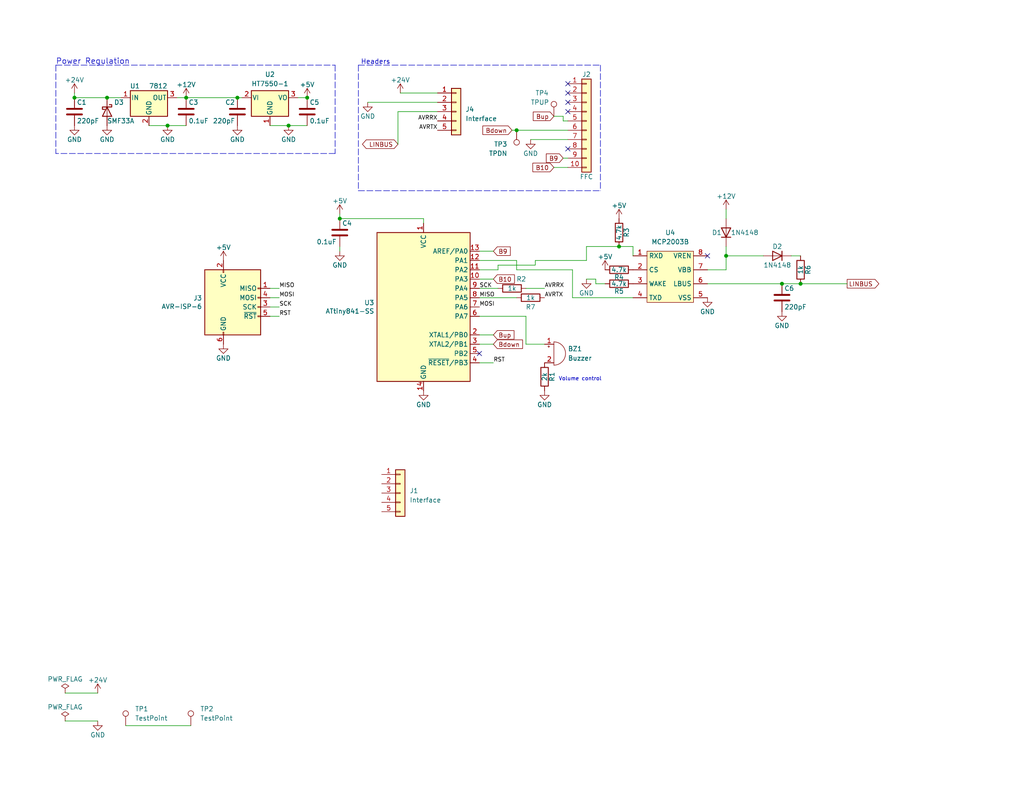
<source format=kicad_sch>
(kicad_sch (version 20250114) (generator "eeschema") (generator_version "9.0")
  (paper "USLetter")
  (lib_symbols
    (symbol "Connector:AVR-ISP-6" (pin_names (offset 1.016))
      (property "Reference" "J" (at -6.35 11.43 0))
      (property "Value" "AVR-ISP-6" (at 0 11.43 0))
      (symbol "AVR-ISP-6_0_1"
        (rectangle (start -2.667 10.16) (end -2.413 9.398))
        (rectangle (start -2.667 -6.858) (end -2.413 -7.62))
        (rectangle (start 7.62 10.16) (end -7.62 -7.62) (stroke (width 0.254)) (fill (type background)))
        (rectangle (start 7.62 5.207) (end 6.858 4.953))
        (rectangle (start 7.62 2.667) (end 6.858 2.413))
        (rectangle (start 7.62 0.127) (end 6.858 -0.127))
        (rectangle (start 7.62 -2.413) (end 6.858 -2.667))
      )
      (symbol "AVR-ISP-6_1_1"
        (pin passive line (at -2.54 12.7 270) (length 2.54) (name "VCC") (number "2"))
        (pin passive line (at -2.54 -10.16 90) (length 2.54) (name "GND") (number "6"))
        (pin passive line (at 10.16 5.08 180) (length 2.54) (name "MISO") (number "1"))
        (pin passive line (at 10.16 2.54 180) (length 2.54) (name "MOSI") (number "4"))
        (pin passive line (at 10.16 0 180) (length 2.54) (name "SCK") (number "3"))
        (pin passive line (at 10.16 -2.54 180) (length 2.54) (name "~{RST}") (number "5"))
      )
    )
    (symbol "Connector:TestPoint" (pin_numbers (hide yes)) (pin_names (offset 0.762) (hide yes))
      (property "Reference" "TP" (at 0 6.858 0))
      (property "Value" "TestPoint" (at 0 5.08 0))
      (symbol "TestPoint_0_1"
        (circle (center 0 3.302) (radius 0.762))
      )
      (symbol "TestPoint_1_1"
        (pin passive line (at 0 0 90) (length 2.54) (name "1") (number "1"))
      )
    )
    (symbol "Connector_Generic:Conn_01x05" (pin_names (offset 1.016) (hide yes))
      (property "Reference" "J" (at 0 7.62 0))
      (property "Value" "Conn_01x05" (at 0 -7.62 0))
      (symbol "Conn_01x05_1_1"
        (rectangle (start -1.27 6.35) (end 1.27 -6.35) (stroke (width 0.254)) (fill (type background)))
        (rectangle (start -1.27 5.207) (end 0 4.953) (stroke (width 0.1524)))
        (rectangle (start -1.27 2.667) (end 0 2.413) (stroke (width 0.1524)))
        (rectangle (start -1.27 0.127) (end 0 -0.127) (stroke (width 0.1524)))
        (rectangle (start -1.27 -2.413) (end 0 -2.667) (stroke (width 0.1524)))
        (rectangle (start -1.27 -4.953) (end 0 -5.207) (stroke (width 0.1524)))
        (pin passive line (at -5.08 5.08 0) (length 3.81) (name "Pin_1") (number "1"))
        (pin passive line (at -5.08 2.54 0) (length 3.81) (name "Pin_2") (number "2"))
        (pin passive line (at -5.08 0 0) (length 3.81) (name "Pin_3") (number "3"))
        (pin passive line (at -5.08 -2.54 0) (length 3.81) (name "Pin_4") (number "4"))
        (pin passive line (at -5.08 -5.08 0) (length 3.81) (name "Pin_5") (number "5"))
      )
    )
    (symbol "Connector_Generic:Conn_01x10" (pin_names (offset 1.016) (hide yes))
      (property "Reference" "J" (at 0 12.7 0))
      (property "Value" "Conn_01x10" (at 0 -15.24 0))
      (symbol "Conn_01x10_1_1"
        (rectangle (start -1.27 11.43) (end 1.27 -13.97) (stroke (width 0.254)) (fill (type background)))
        (rectangle (start -1.27 10.287) (end 0 10.033) (stroke (width 0.1524)))
        (rectangle (start -1.27 7.747) (end 0 7.493) (stroke (width 0.1524)))
        (rectangle (start -1.27 5.207) (end 0 4.953) (stroke (width 0.1524)))
        (rectangle (start -1.27 2.667) (end 0 2.413) (stroke (width 0.1524)))
        (rectangle (start -1.27 0.127) (end 0 -0.127) (stroke (width 0.1524)))
        (rectangle (start -1.27 -2.413) (end 0 -2.667) (stroke (width 0.1524)))
        (rectangle (start -1.27 -4.953) (end 0 -5.207) (stroke (width 0.1524)))
        (rectangle (start -1.27 -7.493) (end 0 -7.747) (stroke (width 0.1524)))
        (rectangle (start -1.27 -10.033) (end 0 -10.287) (stroke (width 0.1524)))
        (rectangle (start -1.27 -12.573) (end 0 -12.827) (stroke (width 0.1524)))
        (pin passive line (at -5.08 10.16 0) (length 3.81) (name "Pin_1") (number "1"))
        (pin passive line (at -5.08 7.62 0) (length 3.81) (name "Pin_2") (number "2"))
        (pin passive line (at -5.08 5.08 0) (length 3.81) (name "Pin_3") (number "3"))
        (pin passive line (at -5.08 2.54 0) (length 3.81) (name "Pin_4") (number "4"))
        (pin passive line (at -5.08 0 0) (length 3.81) (name "Pin_5") (number "5"))
        (pin passive line (at -5.08 -2.54 0) (length 3.81) (name "Pin_6") (number "6"))
        (pin passive line (at -5.08 -5.08 0) (length 3.81) (name "Pin_7") (number "7"))
        (pin passive line (at -5.08 -7.62 0) (length 3.81) (name "Pin_8") (number "8"))
        (pin passive line (at -5.08 -10.16 0) (length 3.81) (name "Pin_9") (number "9"))
        (pin passive line (at -5.08 -12.7 0) (length 3.81) (name "Pin_10") (number "10"))
      )
    )
    (symbol "Device:Buzzer" (pin_names (offset 0.0254) (hide yes))
      (property "Reference" "BZ" (at 3.81 1.27 0))
      (property "Value" "Buzzer" (at 3.81 -1.27 0))
      (symbol "Buzzer_0_1"
        (polyline (pts (xy -1.651 1.905) (xy -1.143 1.905)))
        (polyline (pts (xy -1.397 2.159) (xy -1.397 1.651)))
        (arc (start 0 3.175) (mid 3.1612 0) (end 0 -3.175))
        (polyline (pts (xy 0 3.175) (xy 0 -3.175)))
      )
      (symbol "Buzzer_1_1"
        (pin passive line (at -2.54 2.54 0) (length 2.54) (name "-") (number "1"))
        (pin passive line (at -2.54 -2.54 0) (length 2.54) (name "+") (number "2"))
      )
    )
    (symbol "Device:C" (pin_numbers (hide yes)) (pin_names (offset 0.254))
      (property "Reference" "C" (at 0.635 2.54 0))
      (property "Value" "C" (at 0.635 -2.54 0))
      (symbol "C_0_1"
        (polyline (pts (xy -2.032 0.762) (xy 2.032 0.762)) (stroke (width 0.508)))
        (polyline (pts (xy -2.032 -0.762) (xy 2.032 -0.762)) (stroke (width 0.508)))
      )
      (symbol "C_1_1"
        (pin passive line (at 0 3.81 270) (length 2.794) (name "~") (number "1"))
        (pin passive line (at 0 -3.81 90) (length 2.794) (name "~") (number "2"))
      )
    )
    (symbol "Device:D" (pin_numbers (hide yes)) (pin_names (offset 1.016) (hide yes))
      (property "Reference" "D" (at 0 2.54 0))
      (property "Value" "D" (at 0 -2.54 0))
      (symbol "D_0_1"
        (polyline (pts (xy -1.27 1.27) (xy -1.27 -1.27)) (stroke (width 0.254)))
        (polyline (pts (xy 1.27 1.27) (xy 1.27 -1.27) (xy -1.27 0) (xy 1.27 1.27)) (stroke (width 0.254)))
        (polyline (pts (xy 1.27 0) (xy -1.27 0)))
      )
      (symbol "D_1_1"
        (pin passive line (at -3.81 0 0) (length 2.54) (name "K") (number "1"))
        (pin passive line (at 3.81 0 180) (length 2.54) (name "A") (number "2"))
      )
    )
    (symbol "Device:D_Schottky" (pin_numbers (hide yes)) (pin_names (offset 1.016) (hide yes))
      (property "Reference" "D" (at 0 2.54 0))
      (property "Value" "D_Schottky" (at 0 -2.54 0))
      (symbol "D_Schottky_0_1"
        (polyline (pts (xy -1.905 0.635) (xy -1.905 1.27) (xy -1.27 1.27) (xy -1.27 -1.27) (xy -0.635 -1.27) (xy -0.635 -0.635)) (stroke (width 0.254)))
        (polyline (pts (xy 1.27 1.27) (xy 1.27 -1.27) (xy -1.27 0) (xy 1.27 1.27)) (stroke (width 0.254)))
        (polyline (pts (xy 1.27 0) (xy -1.27 0)))
      )
      (symbol "D_Schottky_1_1"
        (pin passive line (at -3.81 0 0) (length 2.54) (name "K") (number "1"))
        (pin passive line (at 3.81 0 180) (length 2.54) (name "A") (number "2"))
      )
    )
    (symbol "Device:R" (pin_numbers (hide yes)) (pin_names (offset 0))
      (property "Reference" "R" (at 2.032 0 90))
      (property "Value" "R" (at 0 0 90))
      (symbol "R_0_1"
        (rectangle (start -1.016 -2.54) (end 1.016 2.54) (stroke (width 0.254)))
      )
      (symbol "R_1_1"
        (pin passive line (at 0 3.81 270) (length 1.27) (name "~") (number "1"))
        (pin passive line (at 0 -3.81 90) (length 1.27) (name "~") (number "2"))
      )
    )
    (symbol "MCU_Microchip_ATtiny:ATtiny841-SS"
      (property "Reference" "U" (at -12.7 21.59 0))
      (property "Value" "ATtiny841-SS" (at 2.54 -21.59 0))
      (symbol "ATtiny841-SS_0_1"
        (rectangle (start -12.7 -20.32) (end 12.7 20.32) (stroke (width 0.254)) (fill (type background)))
      )
      (symbol "ATtiny841-SS_1_1"
        (pin power_in line (at 0 22.86 270) (length 2.54) (name "VCC") (number "1"))
        (pin power_in line (at 0 -22.86 90) (length 2.54) (name "GND") (number "14"))
        (pin bidirectional line (at 15.24 15.24 180) (length 2.54) (name "AREF/PA0") (number "13"))
        (pin bidirectional line (at 15.24 12.7 180) (length 2.54) (name "PA1") (number "12"))
        (pin bidirectional line (at 15.24 10.16 180) (length 2.54) (name "PA2") (number "11"))
        (pin bidirectional line (at 15.24 7.62 180) (length 2.54) (name "PA3") (number "10"))
        (pin bidirectional line (at 15.24 5.08 180) (length 2.54) (name "PA4") (number "9"))
        (pin bidirectional line (at 15.24 2.54 180) (length 2.54) (name "PA5") (number "8"))
        (pin bidirectional line (at 15.24 0 180) (length 2.54) (name "PA6") (number "7"))
        (pin bidirectional line (at 15.24 -2.54 180) (length 2.54) (name "PA7") (number "6"))
        (pin bidirectional line (at 15.24 -7.62 180) (length 2.54) (name "XTAL1/PB0") (number "2"))
        (pin bidirectional line (at 15.24 -10.16 180) (length 2.54) (name "XTAL2/PB1") (number "3"))
        (pin bidirectional line (at 15.24 -12.7 180) (length 2.54) (name "PB2") (number "5"))
        (pin bidirectional line (at 15.24 -15.24 180) (length 2.54) (name "~{RESET}/PB3") (number "4"))
      )
    )
    (symbol "Regulator_Linear:L7812" (pin_names (offset 0.254))
      (property "Reference" "U" (at -3.81 3.175 0))
      (property "Value" "L7812" (at 0 3.175 0))
      (symbol "L7812_0_1"
        (rectangle (start -5.08 1.905) (end 5.08 -5.08) (stroke (width 0.254)) (fill (type background)))
      )
      (symbol "L7812_1_1"
        (pin power_in line (at -7.62 0 0) (length 2.54) (name "IN") (number "1"))
        (pin power_in line (at 0 -7.62 90) (length 2.54) (name "GND") (number "2"))
        (pin power_out line (at 7.62 0 180) (length 2.54) (name "OUT") (number "3"))
      )
    )
    (symbol "Regulator_Linear:MCP1700x-120xxMB" (pin_names (offset 0.254))
      (property "Reference" "U" (at -3.81 3.175 0))
      (property "Value" "MCP1700x-120xxMB" (at 0 3.175 0))
      (symbol "MCP1700x-120xxMB_0_1"
        (rectangle (start -5.08 -5.08) (end 5.08 1.905) (stroke (width 0.254)) (fill (type background)))
      )
      (symbol "MCP1700x-120xxMB_1_1"
        (pin power_in line (at -7.62 0 0) (length 2.54) (name "VI") (number "2"))
        (pin power_in line (at 0 -7.62 90) (length 2.54) (name "GND") (number "1"))
        (pin power_out line (at 7.62 0 180) (length 2.54) (name "VO") (number "3"))
      )
    )
    (symbol "megadesk:MCP2003B"
      (property "Reference" "U" (at -7.62 8.89 0))
      (property "Value" "MCP2003B" (at -5.08 -8.89 0))
      (symbol "MCP2003B_0_0"
        (pin input line (at -10.16 5.08 0) (length 3.81) (name "RXD") (number "1"))
        (pin output line (at 10.16 5.08 180) (length 3.81) (name "VREN") (number "8"))
      )
      (symbol "MCP2003B_0_1"
        (rectangle (start 6.35 6.35) (end -6.35 -7.62) (fill (type background)))
      )
      (symbol "MCP2003B_1_1"
        (pin input line (at -10.16 1.27 0) (length 3.81) (name "CS") (number "2"))
        (pin input line (at -10.16 -2.54 0) (length 3.81) (name "WAKE") (number "3"))
        (pin output line (at -10.16 -6.35 0) (length 3.81) (name "TXD") (number "4"))
        (pin power_in line (at 10.16 1.27 180) (length 3.81) (name "VBB") (number "7"))
        (pin bidirectional line (at 10.16 -2.54 180) (length 3.81) (name "LBUS") (number "6"))
        (pin power_in line (at 10.16 -6.35 180) (length 3.81) (name "VSS") (number "5"))
      )
    )
    (symbol "power:+12V" (power) (pin_names (offset 0))
      (property "Value" "+12V" (at 0 3.556 0))
      (symbol "+12V_0_1"
        (polyline (pts (xy -0.762 1.27) (xy 0 2.54)))
        (polyline (pts (xy 0 2.54) (xy 0.762 1.27)))
        (polyline (pts (xy 0 0) (xy 0 2.54)))
      )
      (symbol "+12V_1_1"
        (pin power_in line (at 0 0 90) (length 0) (hide yes) (name "+12V") (number "1"))
      )
    )
    (symbol "power:+24V" (power) (pin_names (offset 0))
      (property "Value" "+24V" (at 0 3.556 0))
      (symbol "+24V_0_1"
        (polyline (pts (xy -0.762 1.27) (xy 0 2.54)))
        (polyline (pts (xy 0 2.54) (xy 0.762 1.27)))
        (polyline (pts (xy 0 0) (xy 0 2.54)))
      )
      (symbol "+24V_1_1"
        (pin power_in line (at 0 0 90) (length 0) (hide yes) (name "+24V") (number "1"))
      )
    )
    (symbol "power:+5V" (power) (pin_names (offset 0))
      (property "Value" "+5V" (at 0 3.556 0))
      (symbol "+5V_0_1"
        (polyline (pts (xy -0.762 1.27) (xy 0 2.54)))
        (polyline (pts (xy 0 2.54) (xy 0.762 1.27)))
        (polyline (pts (xy 0 0) (xy 0 2.54)))
      )
      (symbol "+5V_1_1"
        (pin power_in line (at 0 0 90) (length 0) (hide yes) (name "+5V") (number "1"))
      )
    )
    (symbol "power:GND" (power) (pin_names (offset 0))
      (property "Value" "GND" (at 0 -3.81 0))
      (symbol "GND_0_1"
        (polyline (pts (xy 0 0) (xy 0 -1.27) (xy 1.27 -1.27) (xy 0 -2.54) (xy -1.27 -1.27) (xy 0 -1.27)))
      )
      (symbol "GND_1_1"
        (pin power_in line (at 0 0 270) (length 0) (hide yes) (name "GND") (number "1"))
      )
    )
    (symbol "power:PWR_FLAG" (power) (pin_numbers (hide yes)) (pin_names (offset 0) (hide yes))
      (property "Value" "PWR_FLAG" (at 0 3.81 0))
      (symbol "PWR_FLAG_0_0"
        (pin power_out line (at 0 0 90) (length 0) (name "pwr") (number "1"))
      )
      (symbol "PWR_FLAG_0_1"
        (polyline (pts (xy 0 0) (xy 0 1.27) (xy -1.016 1.905) (xy 0 2.54) (xy 1.016 1.905) (xy 0 1.27)))
      )
    )
  )
  (text "Power Regulation" (at 15.24 17.78 0) (effects (font (size 1.524 1.524)) (justify left bottom)))
  (text "Headers" (at 98.425 17.78 0) (effects (font (size 1.3208 1.3208)) (justify left bottom)))
  (text "Volume control" (at 152.4 104.14 0) (effects (font (size 1.016 1.016)) (justify left bottom)))
  (junction (at 218.44 77.47))
  (junction (at 140.97 35.56))
  (junction (at 78.74 34.29))
  (junction (at 50.8 26.67))
  (junction (at 45.72 34.29))
  (junction (at 20.32 26.67))
  (junction (at 92.71 59.69))
  (junction (at 213.36 77.47))
  (junction (at 29.21 26.67))
  (junction (at 83.82 26.67))
  (junction (at 168.91 67.31))
  (junction (at 64.77 26.67))
  (junction (at 198.12 69.85))
  (no_connect (at 154.94 40.64))
  (no_connect (at 130.81 96.52))
  (no_connect (at 193.04 69.85))
  (no_connect (at 154.94 22.86))
  (no_connect (at 154.94 25.4))
  (no_connect (at 154.94 27.94))
  (no_connect (at 154.94 30.48))
  (wire (pts (xy 160.02 67.31) (xy 168.91 67.31)))
  (wire (pts (xy 134.62 93.98) (xy 130.81 93.98)))
  (wire (pts (xy 198.12 57.15) (xy 198.12 59.69)))
  (wire (pts (xy 108.585 39.37) (xy 108.585 30.48)))
  (wire (pts (xy 134.62 91.44) (xy 130.81 91.44)))
  (wire (pts (xy 134.62 99.06) (xy 130.81 99.06)))
  (wire (pts (xy 153.67 31.75) (xy 153.67 33.02)))
  (polyline (pts (xy 91.44 41.91) (xy 15.24 41.91)) (stroke (width 0) (type dash)))
  (wire (pts (xy 26.67 189.23) (xy 17.78 189.23)))
  (wire (pts (xy 146.05 72.39) (xy 135.89 72.39)))
  (wire (pts (xy 140.97 35.56) (xy 154.94 35.56)))
  (wire (pts (xy 17.78 196.85) (xy 26.67 196.85)))
  (wire (pts (xy 151.13 31.75) (xy 153.67 31.75)))
  (wire (pts (xy 156.21 81.28) (xy 172.72 81.28)))
  (wire (pts (xy 48.26 26.67) (xy 50.8 26.67)))
  (wire (pts (xy 139.7 35.56) (xy 140.97 35.56)))
  (wire (pts (xy 29.21 26.67) (xy 20.32 26.67)))
  (wire (pts (xy 198.12 69.85) (xy 198.12 67.31)))
  (wire (pts (xy 50.8 26.67) (xy 64.77 26.67)))
  (wire (pts (xy 92.71 59.69) (xy 115.57 59.69)))
  (wire (pts (xy 34.29 198.12) (xy 52.07 198.12)))
  (wire (pts (xy 146.05 71.12) (xy 146.05 72.39)))
  (wire (pts (xy 172.72 67.31) (xy 172.72 69.85)))
  (wire (pts (xy 193.04 77.47) (xy 213.36 77.47)))
  (wire (pts (xy 109.22 25.4) (xy 119.38 25.4)))
  (wire (pts (xy 119.38 27.94) (xy 100.33 27.94)))
  (wire (pts (xy 45.72 34.29) (xy 50.8 34.29)))
  (wire (pts (xy 81.28 26.67) (xy 83.82 26.67)))
  (wire (pts (xy 135.89 72.39) (xy 135.89 73.66)))
  (wire (pts (xy 198.12 73.66) (xy 198.12 69.85)))
  (wire (pts (xy 140.97 73.66) (xy 140.97 71.12)))
  (wire (pts (xy 162.56 77.47) (xy 162.56 76.2)))
  (polyline (pts (xy 97.79 52.07) (xy 163.83 52.07)) (stroke (width 0) (type dash)))
  (wire (pts (xy 76.2 78.74) (xy 73.66 78.74)))
  (wire (pts (xy 40.64 34.29) (xy 45.72 34.29)))
  (wire (pts (xy 143.51 93.98) (xy 143.51 86.36)))
  (wire (pts (xy 115.57 60.96) (xy 115.57 59.69)))
  (wire (pts (xy 140.97 73.66) (xy 156.21 73.66)))
  (polyline (pts (xy 97.79 17.78) (xy 97.79 52.07)) (stroke (width 0) (type dash)))
  (wire (pts (xy 92.71 67.31) (xy 92.71 68.58)))
  (polyline (pts (xy 15.24 17.78) (xy 15.24 41.91)) (stroke (width 0) (type dash)))
  (wire (pts (xy 165.1 77.47) (xy 162.56 77.47)))
  (wire (pts (xy 73.66 86.36) (xy 76.2 86.36)))
  (wire (pts (xy 64.77 26.67) (xy 66.04 26.67)))
  (wire (pts (xy 92.71 58.42) (xy 92.71 59.69)))
  (wire (pts (xy 154.94 38.1) (xy 144.78 38.1)))
  (wire (pts (xy 130.81 81.28) (xy 140.97 81.28)))
  (wire (pts (xy 130.81 78.74) (xy 135.89 78.74)))
  (wire (pts (xy 83.82 34.29) (xy 78.74 34.29)))
  (wire (pts (xy 143.51 78.74) (xy 148.59 78.74)))
  (wire (pts (xy 153.67 33.02) (xy 154.94 33.02)))
  (wire (pts (xy 20.32 25.4) (xy 20.32 26.67)))
  (wire (pts (xy 135.89 73.66) (xy 130.81 73.66)))
  (wire (pts (xy 208.28 69.85) (xy 198.12 69.85)))
  (wire (pts (xy 76.2 83.82) (xy 73.66 83.82)))
  (wire (pts (xy 213.36 77.47) (xy 218.44 77.47)))
  (wire (pts (xy 140.97 71.12) (xy 130.81 71.12)))
  (wire (pts (xy 168.91 67.31) (xy 172.72 67.31)))
  (wire (pts (xy 130.81 76.2) (xy 134.62 76.2)))
  (wire (pts (xy 160.02 71.12) (xy 160.02 67.31)))
  (wire (pts (xy 215.9 69.85) (xy 218.44 69.85)))
  (polyline (pts (xy 15.24 17.78) (xy 91.44 17.78)) (stroke (width 0) (type dash)))
  (wire (pts (xy 218.44 77.47) (xy 231.14 77.47)))
  (wire (pts (xy 156.21 73.66) (xy 156.21 81.28)))
  (wire (pts (xy 193.04 73.66) (xy 198.12 73.66)))
  (wire (pts (xy 78.74 34.29) (xy 73.66 34.29)))
  (wire (pts (xy 33.02 26.67) (xy 29.21 26.67)))
  (wire (pts (xy 143.51 93.98) (xy 148.59 93.98)))
  (polyline (pts (xy 163.83 17.78) (xy 163.83 52.07)) (stroke (width 0) (type dash)))
  (wire (pts (xy 108.585 30.48) (xy 119.38 30.48)))
  (wire (pts (xy 162.56 76.2) (xy 160.02 76.2)))
  (wire (pts (xy 73.66 81.28) (xy 76.2 81.28)))
  (wire (pts (xy 153.67 43.18) (xy 154.94 43.18)))
  (wire (pts (xy 146.05 71.12) (xy 160.02 71.12)))
  (wire (pts (xy 143.51 86.36) (xy 130.81 86.36)))
  (polyline (pts (xy 97.79 17.78) (xy 163.83 17.78)) (stroke (width 0) (type dash)))
  (polyline (pts (xy 91.44 17.78) (xy 91.44 41.91)) (stroke (width 0) (type dash)))
  (wire (pts (xy 151.13 45.72) (xy 154.94 45.72)))
  (wire (pts (xy 130.81 68.58) (xy 134.62 68.58)))
  (label "AVRRX" (at 148.59 78.74 0) (effects (font (size 1.1 1.1))))
  (label "MISO" (at 130.81 81.28 0) (effects (font (size 1.1 1.1))))
  (label "SCK" (at 130.81 78.74 0) (effects (font (size 1.1 1.1))))
  (label "RST" (at 76.2 86.36 0) (effects (font (size 1.1 1.1))))
  (label "AVRTX" (at 148.59 81.28 0) (effects (font (size 1.1 1.1))))
  (label "RST" (at 134.62 99.06 0) (effects (font (size 1.1 1.1))))
  (label "MOSI" (at 130.81 83.82 0) (effects (font (size 1.1 1.1))))
  (label "MISO" (at 76.2 78.74 0) (effects (font (size 1.1 1.1))))
  (label "AVRRX" (at 119.38 33.02 180) (effects (font (size 1.1 1.1))))
  (label "AVRTX" (at 119.38 35.56 180) (effects (font (size 1.1 1.1))))
  (label "MOSI" (at 76.2 81.28 0) (effects (font (size 1.1 1.1))))
  (label "SCK" (at 76.2 83.82 0) (effects (font (size 1.1 1.1))))
  (global_label "LINBUS" (shape output) (at 231.14 77.47 0) (effects (font (size 1.1938 1.1938))) (property "Intersheetrefs" "${INTERSHEET_REFS}" (effects (hide yes))))
  (global_label "Bdown" (shape input) (at 139.7 35.56 180) (effects (font (size 1.1938 1.1938))) (property "Intersheetrefs" "${INTERSHEET_REFS}" (effects (hide yes))))
  (global_label "Bup" (shape input) (at 151.13 31.75 180) (effects (font (size 1.1938 1.1938))) (property "Intersheetrefs" "${INTERSHEET_REFS}" (effects (hide yes))))
  (global_label "B10" (shape input) (at 151.13 45.72 180) (effects (font (size 1.1938 1.1938))) (property "Intersheetrefs" "${INTERSHEET_REFS}" (effects (hide yes))))
  (global_label "B9" (shape input) (at 153.67 43.18 180) (effects (font (size 1.1938 1.1938))) (property "Intersheetrefs" "${INTERSHEET_REFS}" (effects (hide yes))))
  (global_label "Bup" (shape input) (at 134.62 91.44 0) (effects (font (size 1.1938 1.1938))) (property "Intersheetrefs" "${INTERSHEET_REFS}" (effects (hide yes))))
  (global_label "B10" (shape input) (at 134.62 76.2 0) (effects (font (size 1.1938 1.1938))) (property "Intersheetrefs" "${INTERSHEET_REFS}" (effects (hide yes))))
  (global_label "B9" (shape input) (at 134.62 68.58 0) (effects (font (size 1.1938 1.1938))) (property "Intersheetrefs" "${INTERSHEET_REFS}" (effects (hide yes))))
  (global_label "LINBUS" (shape bidirectional) (at 108.585 39.37 180) (effects (font (size 1.1938 1.1938))) (property "Intersheetrefs" "${INTERSHEET_REFS}" (effects (hide yes))))
  (global_label "Bdown" (shape input) (at 134.62 93.98 0) (effects (font (size 1.1938 1.1938))) (property "Intersheetrefs" "${INTERSHEET_REFS}" (effects (hide yes))))
  (symbol (lib_id "power:+5V") (at 92.71 58.42 0) (unit 1)
    (property "Reference" "#PWR01" (effects (hide yes)))
    (property "Value" "+5V" (at 92.71 54.864 0))
  )
  (symbol (lib_id "power:GND") (at 78.74 34.29 0) (unit 1)
    (property "Reference" "#PWR02" (effects (hide yes)))
    (property "Value" "GND" (at 78.74 38.1 0))
  )
  (symbol (lib_id "power:+5V") (at 83.82 26.67 0) (unit 1)
    (property "Reference" "#PWR03" (effects (hide yes)))
    (property "Value" "+5V" (at 83.82 23.114 0))
  )
  (symbol (lib_id "power:+24V") (at 20.32 25.4 0) (unit 1)
    (property "Reference" "#PWR04" (effects (hide yes)))
    (property "Value" "+24V" (at 20.32 21.844 0))
  )
  (symbol (lib_id "Device:C") (at 83.82 30.48 0) (unit 1)
    (property "Reference" "C5" (at 84.455 27.94 0) (effects (justify left)))
    (property "Value" "0.1uF" (at 84.455 33.02 0) (effects (justify left)))
    (property "Footprint" "Capacitor_SMD:C_0805_2012Metric" (effects (hide yes)))
    (property "LCSC" "C49678" (effects (hide yes)))
    (property "Details" "+/- 20% or better" (effects (hide yes)))
  )
  (symbol (lib_id "Device:R") (at 168.91 77.47 270) (unit 1)
    (property "Reference" "R5" (at 168.91 79.502 90))
    (property "Value" "4.7k" (at 168.91 77.47 90))
    (property "Footprint" "Resistor_SMD:R_0603_1608Metric" (effects (hide yes)))
    (property "LCSC" "C23162" (effects (hide yes)))
    (property "Details" "+/- 10% or better" (effects (hide yes)))
  )
  (symbol (lib_id "power:GND") (at 160.02 76.2 0) (unit 1)
    (property "Reference" "#PWR07" (effects (hide yes)))
    (property "Value" "GND" (at 160.02 80.01 0))
  )
  (symbol (lib_id "power:+5V") (at 168.91 59.69 0) (unit 1)
    (property "Reference" "#PWR08" (effects (hide yes)))
    (property "Value" "+5V" (at 168.91 56.134 0))
  )
  (symbol (lib_id "Device:R") (at 168.91 63.5 0) (unit 1)
    (property "Reference" "R3" (at 170.942 63.5 90))
    (property "Value" "4.7k" (at 168.91 63.5 90))
    (property "Footprint" "Resistor_SMD:R_0603_1608Metric" (effects (hide yes)))
    (property "LCSC" "C23162" (effects (hide yes)))
    (property "Details" "+/- 10% or better" (effects (hide yes)))
  )
  (symbol (lib_id "power:GND") (at 193.04 81.28 0) (unit 1)
    (property "Reference" "#PWR09" (effects (hide yes)))
    (property "Value" "GND" (at 193.04 85.09 0))
  )
  (symbol (lib_id "Device:R") (at 168.91 73.66 270) (unit 1)
    (property "Reference" "R4" (at 168.91 75.692 90))
    (property "Value" "4.7k" (at 168.91 73.66 90))
    (property "Footprint" "Resistor_SMD:R_0603_1608Metric" (effects (hide yes)))
    (property "LCSC" "C23162" (effects (hide yes)))
    (property "Details" "+/- 10% or better" (effects (hide yes)))
  )
  (symbol (lib_id "power:+5V") (at 165.1 73.66 0) (unit 1)
    (property "Reference" "#PWR010" (effects (hide yes)))
    (property "Value" "+5V" (at 165.1 70.104 0))
  )
  (symbol (lib_id "Regulator_Linear:L7812") (at 40.64 26.67 0) (unit 1)
    (property "Reference" "U1" (at 36.83 23.495 0))
    (property "Value" "7812" (at 40.64 23.495 0) (effects (justify left)))
    (property "Footprint" "Package_TO_SOT_SMD:TO-252-2" (effects (hide yes)))
    (property "Datasheet" "http://www.st.com/content/ccc/resource/technical/document/datasheet/41/4f/b3/b0/12/d4/47/88/CD00000444.pdf/files/CD00000444.pdf/jcr:content/translations/en.CD00000444.pdf" (effects (hide yes)))
    (property "Part Number" "7812" (effects (hide yes)))
    (property "LCSC" "C116325" (effects (hide yes)))
    (property "LCSC_ALT" "C347282" (effects (hide yes)))
  )
  (symbol (lib_id "power:GND") (at 45.72 34.29 0) (unit 1)
    (property "Reference" "#PWR011" (effects (hide yes)))
    (property "Value" "GND" (at 45.72 38.1 0))
  )
  (symbol (lib_id "power:+12V") (at 50.8 26.67 0) (unit 1)
    (property "Reference" "#PWR012" (effects (hide yes)))
    (property "Value" "+12V" (at 50.8 23.114 0))
  )
  (symbol (lib_id "Device:C") (at 50.8 30.48 0) (unit 1)
    (property "Reference" "C3" (at 51.435 27.94 0) (effects (justify left)))
    (property "Value" "0.1uF" (at 51.435 33.02 0) (effects (justify left)))
    (property "Footprint" "Capacitor_SMD:C_0805_2012Metric" (effects (hide yes)))
    (property "LCSC" "C49678" (effects (hide yes)))
    (property "Details" "+/- 20% or better" (effects (hide yes)))
  )
  (symbol (lib_id "power:+12V") (at 198.12 57.15 0) (unit 1)
    (property "Reference" "#PWR013" (effects (hide yes)))
    (property "Value" "+12V" (at 198.12 53.594 0))
  )
  (symbol (lib_id "Device:R") (at 218.44 73.66 0) (unit 1)
    (property "Reference" "R6" (at 220.472 73.66 90))
    (property "Value" "1k" (at 218.44 73.66 90))
    (property "Footprint" "Resistor_SMD:R_0603_1608Metric" (effects (hide yes)))
    (property "LCSC" "C21190" (effects (hide yes)))
    (property "Details" "+/- 10% or better" (effects (hide yes)))
  )
  (symbol (lib_id "power:+24V") (at 109.22 25.4 0) (unit 1)
    (property "Reference" "#PWR014" (effects (hide yes)))
    (property "Value" "+24V" (at 109.22 21.844 0))
  )
  (symbol (lib_id "power:GND") (at 100.33 27.94 0) (unit 1)
    (property "Reference" "#PWR015" (effects (hide yes)))
    (property "Value" "GND" (at 100.33 31.75 0))
  )
  (symbol (lib_id "Device:C") (at 213.36 81.28 0) (unit 1)
    (property "Reference" "C6" (at 213.995 78.74 0) (effects (justify left)))
    (property "Value" "220pF" (at 213.995 83.82 0) (effects (justify left)))
    (property "Footprint" "Capacitor_SMD:C_0603_1608Metric" (effects (hide yes)))
    (property "LCSC" "C1603" (effects (hide yes)))
    (property "Details" "+/- 20% or better" (effects (hide yes)))
  )
  (symbol (lib_id "power:GND") (at 213.36 85.09 0) (unit 1)
    (property "Reference" "#PWR016" (effects (hide yes)))
    (property "Value" "GND" (at 213.36 88.9 0))
  )
  (symbol (lib_id "Device:D") (at 198.12 63.5 90) (unit 1)
    (property "Reference" "D1" (at 195.58 63.5 90))
    (property "Value" "1N4148" (at 203.2 63.5 90))
    (property "Footprint" "Diode_SMD:D_SOD-323" (effects (hide yes)))
    (property "LCSC" "C2128" (effects (hide yes)))
    (property "Part Number" "1N4148WSFSCT" (effects (hide yes)))
    (property "Notes" "Substitution OK" (effects (hide yes)))
    (property "Sim.Device" "D" (effects (hide yes)))
    (property "Sim.Pins" "1=K 2=A" (effects (hide yes)))
  )
  (symbol (lib_id "Device:D") (at 212.09 69.85 180) (unit 1)
    (property "Reference" "D2" (at 212.09 67.31 0))
    (property "Value" "1N4148" (at 212.09 72.39 0))
    (property "Footprint" "Diode_SMD:D_SOD-323" (effects (hide yes)))
    (property "LCSC" "C2128" (effects (hide yes)))
    (property "Part Number" "1N4148WSFSCT" (effects (hide yes)))
    (property "Notes" "Substitution OK" (effects (hide yes)))
    (property "Sim.Device" "D" (effects (hide yes)))
    (property "Sim.Pins" "1=K 2=A" (effects (hide yes)))
  )
  (symbol (lib_id "power:GND") (at 20.32 34.29 0) (unit 1)
    (property "Reference" "#PWR018" (effects (hide yes)))
    (property "Value" "GND" (at 20.32 38.1 0))
  )
  (symbol (lib_id "power:GND") (at 115.57 106.68 0) (unit 1)
    (property "Reference" "#PWR019" (effects (hide yes)))
    (property "Value" "GND" (at 115.57 110.49 0))
  )
  (symbol (lib_id "Device:C") (at 92.71 63.5 0) (unit 1)
    (property "Reference" "C4" (at 93.345 60.96 0) (effects (justify left)))
    (property "Value" "0.1uF" (at 86.36 66.04 0) (effects (justify left)))
    (property "Footprint" "Capacitor_SMD:C_0805_2012Metric" (effects (hide yes)))
    (property "LCSC" "C49678" (effects (hide yes)))
    (property "Details" "+/- 20% or better" (effects (hide yes)))
  )
  (symbol (lib_id "power:GND") (at 92.71 68.58 0) (unit 1)
    (property "Reference" "#PWR020" (effects (hide yes)))
    (property "Value" "GND" (at 92.71 72.39 0))
  )
  (symbol (lib_id "Connector_Generic:Conn_01x10") (at 160.02 33.02 0) (unit 1)
    (property "Reference" "J2" (at 160.02 20.32 0))
    (property "Value" "FFC" (at 160.02 48.26 0))
    (property "Footprint" "megadesk:F1004-H-10-20G-R" (effects (hide yes)))
    (property "Part Number" "A100308TR-ND" (effects (hide yes)))
    (property "LCSC" "C668117" (effects (hide yes)))
    (property "Notes" "Substitution OK" (effects (hide yes)))
  )
  (symbol (lib_id "power:GND") (at 144.78 38.1 0) (unit 1)
    (property "Reference" "#PWR021" (effects (hide yes)))
    (property "Value" "GND" (at 144.78 41.91 0))
  )
  (symbol (lib_id "Device:Buzzer") (at 151.13 96.52 0) (unit 1)
    (property "Reference" "BZ1" (at 154.94 95.25 0) (effects (justify left)))
    (property "Value" "Buzzer" (at 154.94 97.79 0) (effects (justify left)))
    (property "Footprint" "Buzzer_Beeper:Buzzer_Murata_PKMCS0909E" (effects (hide yes)))
    (property "Part Number" "PKMCS0909E4000-R1" (effects (hide yes)))
    (property "LCSC" "C391035" (effects (hide yes)))
    (property "Notes" "Substition OK" (effects (hide yes)))
  )
  (symbol (lib_id "Device:R") (at 148.59 102.87 0) (unit 1)
    (property "Reference" "R1" (at 150.622 102.87 90))
    (property "Value" "2k" (at 148.59 102.87 90))
    (property "Footprint" "Resistor_SMD:R_0603_1608Metric" (effects (hide yes)))
    (property "LCSC" "C21190" (effects (hide yes)))
    (property "Details" "+/- 10% or better" (effects (hide yes)))
  )
  (symbol (lib_id "power:GND") (at 148.59 106.68 0) (unit 1)
    (property "Reference" "#PWR022" (effects (hide yes)))
    (property "Value" "GND" (at 148.59 110.49 0))
  )
  (symbol (lib_id "power:PWR_FLAG") (at 17.78 189.23 0) (unit 1)
    (property "Reference" "#FLG023" (effects (hide yes)))
    (property "Value" "PWR_FLAG" (at 17.78 185.42 0))
  )
  (symbol (lib_id "power:+24V") (at 26.67 189.23 0) (unit 1)
    (property "Reference" "#PWR024" (effects (hide yes)))
    (property "Value" "+24V" (at 26.67 185.674 0))
  )
  (symbol (lib_id "power:PWR_FLAG") (at 17.78 196.85 0) (unit 1)
    (property "Reference" "#FLG025" (effects (hide yes)))
    (property "Value" "PWR_FLAG" (at 17.78 193.04 0))
  )
  (symbol (lib_id "power:GND") (at 26.67 196.85 0) (unit 1)
    (property "Reference" "#PWR026" (effects (hide yes)))
    (property "Value" "GND" (at 26.67 200.66 0))
  )
  (symbol (lib_id "Connector:AVR-ISP-6") (at 63.5 83.82 0) (unit 1) (in_bom no)
    (property "Reference" "J3" (at 55.1434 81.3816 0) (effects (justify right)))
    (property "Value" "AVR-ISP-6" (at 55.1434 83.693 0) (effects (justify right)))
    (property "Footprint" "Connector_PinHeader_2.54mm:PinHeader_2x03_P2.54mm_Vertical" (effects (hide yes)))
    (property "Datasheet" " ~" (effects (hide yes)))
    (property "LCSC" "DNP" (effects (hide yes)))
    (property "Part Number" "DNP" (effects (hide yes)))
  )
  (symbol (lib_id "power:GND") (at 60.96 93.98 0) (unit 1)
    (property "Reference" "#PWR0101" (effects (hide yes)))
    (property "Value" "GND" (at 60.96 97.79 0))
  )
  (symbol (lib_id "power:+5V") (at 60.96 71.12 0) (unit 1)
    (property "Reference" "#PWR0102" (effects (hide yes)))
    (property "Value" "+5V" (at 60.96 67.564 0))
  )
  (symbol (lib_id "MCU_Microchip_ATtiny:ATtiny841-SS") (at 115.57 83.82 0) (unit 1)
    (property "Reference" "U3" (at 102.1334 82.6516 0) (effects (justify right)))
    (property "Value" "ATtiny841-SS" (at 102.1334 84.963 0) (effects (justify right)))
    (property "Footprint" "Package_SO:SOIC-14_3.9x8.7mm_P1.27mm" (effects (hide yes)))
    (property "Datasheet" "http://ww1.microchip.com/downloads/en/DeviceDoc/Atmel-8495-8-bit-AVR-Microcontrollers-ATtiny441-ATtiny841_Datasheet.pdf" (effects (hide yes)))
    (property "LCSC" "C614879" (effects (hide yes)))
    (property "Part Number" "ATTINY841-SSUR" (effects (hide yes)))
  )
  (symbol (lib_id "Device:C") (at 20.32 30.48 0) (unit 1)
    (property "Reference" "C1" (at 20.955 27.94 0) (effects (justify left)))
    (property "Value" "220pF" (at 20.955 33.02 0) (effects (justify left)))
    (property "Footprint" "Capacitor_SMD:C_0603_1608Metric" (effects (hide yes)))
    (property "LCSC" "C1603" (effects (hide yes)))
    (property "Details" "+/- 20% or better" (effects (hide yes)))
  )
  (symbol (lib_id "Connector_Generic:Conn_01x05") (at 109.22 134.62 0) (unit 1)
    (property "Reference" "J1" (at 111.76 133.985 0) (effects (justify left)))
    (property "Value" "Interface" (at 111.76 136.525 0) (effects (justify left)))
    (property "Footprint" "Connector_PinHeader_2.54mm:PinHeader_1x05_P2.54mm_Horizontal" (effects (hide yes)))
    (property "LCSC" "C492413" (effects (hide yes)))
  )
  (symbol (lib_id "Connector:TestPoint") (at 151.13 31.75 0) (unit 1)
    (property "Reference" "TP4" (at 146.05 25.4 0) (effects (justify left)))
    (property "Value" "TPUP" (at 144.78 27.94 0) (effects (justify left)))
    (property "Footprint" "TestPoint:TestPoint_Pad_D1.5mm" (effects (hide yes)))
  )
  (symbol (lib_id "power:GND") (at 29.21 34.29 0) (unit 1)
    (property "Reference" "#PWR0103" (effects (hide yes)))
    (property "Value" "GND" (at 29.21 38.1 0))
  )
  (symbol (lib_id "Connector:TestPoint") (at 52.07 198.12 0) (unit 1)
    (property "Reference" "TP2" (at 54.61 193.5479 0) (effects (justify left)))
    (property "Value" "TestPoint" (at 54.61 196.0879 0) (effects (justify left)))
    (property "Footprint" "TestPoint:TestPoint_Pad_D1.5mm" (effects (hide yes)))
  )
  (symbol (lib_id "Regulator_Linear:MCP1700x-120xxMB") (at 73.66 26.67 0) (unit 1)
    (property "Reference" "U2" (at 73.66 20.32 0))
    (property "Value" "HT7550-1" (at 73.66 22.86 0))
    (property "Footprint" "Package_TO_SOT_SMD:SOT-89-3" (effects (hide yes)))
    (property "Datasheet" "http://ww1.microchip.com/downloads/en/DeviceDoc/20001826D.pdf" (effects (hide yes)))
    (property "LCSC" "C16106" (effects (hide yes)))
  )
  (symbol (lib_id "Device:R") (at 144.78 81.28 90) (unit 1)
    (property "Reference" "R7" (at 144.78 83.82 90))
    (property "Value" "1k" (at 144.78 81.28 90))
    (property "Footprint" "Resistor_SMD:R_0603_1608Metric" (effects (hide yes)))
    (property "LCSC" "C21190" (effects (hide yes)))
    (property "Details" "+/- 10% or better" (effects (hide yes)))
  )
  (symbol (lib_id "power:GND") (at 64.77 34.29 0) (unit 1)
    (property "Reference" "#PWR05" (effects (hide yes)))
    (property "Value" "GND" (at 64.77 38.1 0))
  )
  (symbol (lib_id "Device:R") (at 139.7 78.74 90) (unit 1)
    (property "Reference" "R2" (at 142.24 76.2 90))
    (property "Value" "1k" (at 139.7 78.74 90))
    (property "Footprint" "Resistor_SMD:R_0603_1608Metric" (effects (hide yes)))
    (property "LCSC" "C21190" (effects (hide yes)))
    (property "Details" "+/- 10% or better" (effects (hide yes)))
  )
  (symbol (lib_id "Device:D_Schottky") (at 29.21 30.48 270) (unit 1)
    (property "Reference" "D3" (at 31.115 27.94 90) (effects (justify left)))
    (property "Value" "SMF33A" (at 29.21 33.02 90) (effects (justify left)))
    (property "Footprint" "Diode_SMD:D_SOD-123F" (effects (hide yes)))
    (property "LCSC" "C353288" (effects (hide yes)))
  )
  (symbol (lib_id "Connector_Generic:Conn_01x05") (at 124.46 30.48 0) (unit 1)
    (property "Reference" "J4" (at 127 29.845 0) (effects (justify left)))
    (property "Value" "Interface" (at 127 32.385 0) (effects (justify left)))
    (property "Footprint" "Connector_PinHeader_2.54mm:PinHeader_1x05_P2.54mm_Horizontal" (effects (hide yes)))
    (property "LCSC" "C492413" (effects (hide yes)))
  )
  (symbol (lib_id "Connector:TestPoint") (at 140.97 35.56 0) (mirror x) (unit 1)
    (property "Reference" "TP3" (at 138.43 39.37 0) (effects (justify right)))
    (property "Value" "TPDN" (at 138.43 41.91 0) (effects (justify right)))
    (property "Footprint" "TestPoint:TestPoint_Pad_D1.5mm" (effects (hide yes)))
  )
  (symbol (lib_id "megadesk:MCP2003B") (at 182.88 74.93 0) (unit 1)
    (property "Reference" "U4" (at 182.88 63.5 0))
    (property "Value" "MCP2003B" (at 182.88 66.04 0))
    (property "Footprint" "Package_SO:SOIC-8_3.9x4.9mm_P1.27mm" (effects (hide yes)))
    (property "Datasheet" "http://ww1.microchip.com/downloads/en/DeviceDoc/22299B.pdf" (effects (hide yes)))
    (property "LCSC" "C152207" (effects (hide yes)))
  )
  (symbol (lib_id "Device:C") (at 64.77 30.48 0) (mirror y) (unit 1)
    (property "Reference" "C2" (at 64.135 27.94 0) (effects (justify left)))
    (property "Value" "220pF" (at 64.135 33.02 0) (effects (justify left)))
    (property "Footprint" "Capacitor_SMD:C_0603_1608Metric" (effects (hide yes)))
    (property "LCSC" "C1603" (effects (hide yes)))
    (property "Details" "+/- 20% or better" (effects (hide yes)))
  )
  (symbol (lib_id "Connector:TestPoint") (at 34.29 198.12 0) (unit 1)
    (property "Reference" "TP1" (at 36.83 193.5479 0) (effects (justify left)))
    (property "Value" "TestPoint" (at 36.83 196.0879 0) (effects (justify left)))
    (property "Footprint" "TestPoint:TestPoint_Pad_D1.5mm" (effects (hide yes)))
  )
)
</source>
